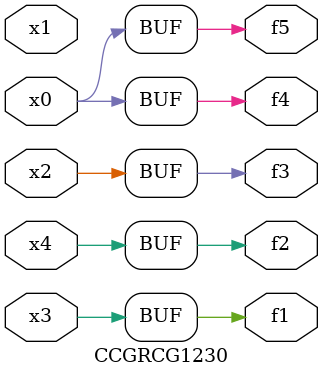
<source format=v>
module CCGRCG1230(
	input x0, x1, x2, x3, x4,
	output f1, f2, f3, f4, f5
);
	assign f1 = x3;
	assign f2 = x4;
	assign f3 = x2;
	assign f4 = x0;
	assign f5 = x0;
endmodule

</source>
